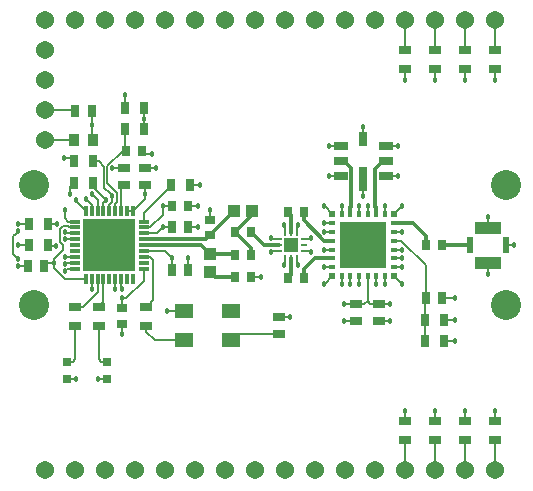
<source format=gtl>
G04 #@! TF.GenerationSoftware,KiCad,Pcbnew,5.1.5-52549c5~86~ubuntu18.04.1*
G04 #@! TF.CreationDate,2020-05-04T10:44:27-04:00*
G04 #@! TF.ProjectId,ta-comm,74612d63-6f6d-46d2-9e6b-696361645f70,rev?*
G04 #@! TF.SameCoordinates,Original*
G04 #@! TF.FileFunction,Copper,L1,Top*
G04 #@! TF.FilePolarity,Positive*
%FSLAX46Y46*%
G04 Gerber Fmt 4.6, Leading zero omitted, Abs format (unit mm)*
G04 Created by KiCad (PCBNEW 5.1.5-52549c5~86~ubuntu18.04.1) date 2020-05-04 10:44:27*
%MOMM*%
%LPD*%
G04 APERTURE LIST*
%ADD10R,0.940000X0.800000*%
%ADD11R,0.780000X0.990000*%
%ADD12R,0.800000X0.940000*%
%ADD13R,0.990000X0.780000*%
%ADD14R,0.850000X1.000000*%
%ADD15C,0.609600*%
%ADD16R,0.900000X0.300000*%
%ADD17R,0.300000X0.900000*%
%ADD18R,4.500000X4.500000*%
%ADD19R,0.600000X0.250000*%
%ADD20R,0.250000X0.600000*%
%ADD21R,1.150000X1.150000*%
%ADD22R,0.640000X2.080000*%
%ADD23R,0.640000X1.170000*%
%ADD24R,1.170000X0.640000*%
%ADD25R,0.550000X0.500000*%
%ADD26R,0.550000X0.400000*%
%ADD27R,0.400000X0.550000*%
%ADD28R,3.875000X3.875000*%
%ADD29C,1.540000*%
%ADD30R,0.600000X1.400000*%
%ADD31R,2.200000X1.050000*%
%ADD32C,2.540000*%
%ADD33R,1.000000X1.050000*%
%ADD34R,1.050000X1.000000*%
%ADD35R,0.800000X0.800000*%
%ADD36R,0.800000X1.000000*%
%ADD37R,1.000000X0.800000*%
%ADD38R,1.600000X1.300000*%
%ADD39C,0.457200*%
%ADD40C,0.203200*%
%ADD41C,0.127000*%
%ADD42C,0.304800*%
G04 APERTURE END LIST*
D10*
X149900000Y-107170000D03*
X149900000Y-105830000D03*
D11*
X135900000Y-109800000D03*
X134500000Y-109800000D03*
X139900000Y-96600000D03*
X138500000Y-96600000D03*
D12*
X142830000Y-100000000D03*
X144170000Y-100000000D03*
D13*
X142600000Y-102900000D03*
X142600000Y-101500000D03*
X144400000Y-102900000D03*
X144400000Y-101500000D03*
D10*
X142500000Y-113330000D03*
X142500000Y-114670000D03*
D12*
X146730000Y-104700000D03*
X148070000Y-104700000D03*
D11*
X146700000Y-106500000D03*
X148100000Y-106500000D03*
X146700000Y-110100000D03*
X148100000Y-110100000D03*
D12*
X152030000Y-108800000D03*
X153370000Y-108800000D03*
X152030000Y-106900000D03*
X153370000Y-106900000D03*
X152030000Y-110700000D03*
X153370000Y-110700000D03*
D13*
X155800000Y-115500000D03*
X155800000Y-114100000D03*
D12*
X156530000Y-105200000D03*
X157870000Y-105200000D03*
X156530000Y-110800000D03*
X157870000Y-110800000D03*
D13*
X162300000Y-113000000D03*
X162300000Y-114400000D03*
X164200000Y-113000000D03*
X164200000Y-114400000D03*
D12*
X168230000Y-108000000D03*
X169570000Y-108000000D03*
D11*
X168200000Y-112500000D03*
X169600000Y-112500000D03*
D14*
X138400000Y-99100000D03*
X140000000Y-99100000D03*
D15*
X142900000Y-109500000D03*
X141400000Y-109500000D03*
X139900000Y-109500000D03*
X142900000Y-108000000D03*
X141400000Y-108000000D03*
X139900000Y-108000000D03*
X142900000Y-106500000D03*
X141400000Y-106500000D03*
X139900000Y-106500000D03*
D16*
X138500000Y-106000000D03*
X138500000Y-106500000D03*
X138500000Y-107000000D03*
X138500000Y-107500000D03*
X138500000Y-108000000D03*
X138500000Y-108500000D03*
X138500000Y-109000000D03*
X138500000Y-109500000D03*
X138500000Y-110000000D03*
D17*
X139400000Y-110900000D03*
X139900000Y-110900000D03*
X140400000Y-110900000D03*
X140900000Y-110900000D03*
X141400000Y-110900000D03*
X141900000Y-110900000D03*
X142400000Y-110900000D03*
X142900000Y-110900000D03*
X143400000Y-110900000D03*
D16*
X144300000Y-110000000D03*
X144300000Y-109500000D03*
X144300000Y-109000000D03*
X144300000Y-108500000D03*
X144300000Y-108000000D03*
X144300000Y-107500000D03*
X144300000Y-107000000D03*
X144300000Y-106500000D03*
X144300000Y-106000000D03*
D17*
X143400000Y-105100000D03*
X142900000Y-105100000D03*
X142400000Y-105100000D03*
X141900000Y-105100000D03*
X141400000Y-105100000D03*
X140900000Y-105100000D03*
X140400000Y-105100000D03*
X139900000Y-105100000D03*
X139400000Y-105100000D03*
D18*
X141400000Y-108000000D03*
D15*
X156800000Y-108000000D03*
D19*
X155750000Y-107500000D03*
X155750000Y-108000000D03*
X155750000Y-108500000D03*
D20*
X156300000Y-109050000D03*
X156800000Y-109050000D03*
X157300000Y-109050000D03*
D19*
X157850000Y-108500000D03*
X157850000Y-108000000D03*
X157850000Y-107500000D03*
D20*
X157300000Y-106950000D03*
X156800000Y-106950000D03*
X156300000Y-106950000D03*
D21*
X156800000Y-108000000D03*
D22*
X162900000Y-102360000D03*
D23*
X162900000Y-98985000D03*
D24*
X160985000Y-102170000D03*
X160985000Y-100900000D03*
X160985000Y-99630000D03*
X164815000Y-99630000D03*
X164815000Y-100900000D03*
X164815000Y-102170000D03*
D15*
X161400000Y-106500000D03*
X162900000Y-106500000D03*
X164400000Y-106500000D03*
X161400000Y-108000000D03*
X162900000Y-108000000D03*
X164400000Y-108000000D03*
X161400000Y-109500000D03*
X162900000Y-109500000D03*
X164400000Y-109500000D03*
D25*
X165525000Y-110650000D03*
D26*
X165525000Y-109875000D03*
X165525000Y-109125000D03*
X165525000Y-108375000D03*
X165525000Y-107625000D03*
X165525000Y-106875000D03*
X165525000Y-106125000D03*
D25*
X165525000Y-105350000D03*
D27*
X164713000Y-105375000D03*
X163988000Y-105375000D03*
X163263000Y-105375000D03*
X162537000Y-105375000D03*
X161812000Y-105375000D03*
X161087000Y-105375000D03*
D25*
X160275000Y-105350000D03*
D26*
X160275000Y-106125000D03*
X160275000Y-106875000D03*
X160275000Y-107625000D03*
X160275000Y-108375000D03*
X160275000Y-109125000D03*
X160275000Y-109875000D03*
D25*
X160275000Y-110650000D03*
D27*
X161087000Y-110625000D03*
X161812000Y-110625000D03*
X162537000Y-110625000D03*
X163263000Y-110625000D03*
X163988000Y-110625000D03*
X164713000Y-110625000D03*
D28*
X162900000Y-108000000D03*
D29*
X174050000Y-88950000D03*
X171510000Y-88950000D03*
X168970000Y-88950000D03*
X166430000Y-88950000D03*
X163890000Y-88950000D03*
X161350000Y-88950000D03*
X158810000Y-88950000D03*
X156270000Y-88950000D03*
X153730000Y-88950000D03*
X151190000Y-88950000D03*
X148650000Y-88950000D03*
X146110000Y-88950000D03*
X143570000Y-88950000D03*
X141030000Y-88950000D03*
X138490000Y-88950000D03*
X135950000Y-88950000D03*
X174050000Y-127050000D03*
X171510000Y-127050000D03*
X168970000Y-127050000D03*
X166430000Y-127050000D03*
X163890000Y-127050000D03*
X161350000Y-127050000D03*
X158810000Y-127050000D03*
X156270000Y-127050000D03*
X153730000Y-127050000D03*
X151190000Y-127050000D03*
X148650000Y-127050000D03*
X146110000Y-127050000D03*
X143570000Y-127050000D03*
X141030000Y-127050000D03*
X138490000Y-127050000D03*
X135950000Y-127050000D03*
X135950000Y-91490000D03*
X135950000Y-94030000D03*
X135950000Y-96570000D03*
X135950000Y-99110000D03*
D30*
X171975000Y-108000000D03*
D31*
X173500000Y-109475000D03*
D30*
X175025000Y-108000000D03*
D31*
X173500000Y-106525000D03*
D32*
X174960000Y-113080000D03*
X135040000Y-113080000D03*
X174960000Y-102920000D03*
X135040000Y-102920000D03*
D33*
X149900000Y-108750000D03*
X149900000Y-110250000D03*
D34*
X151950000Y-105100000D03*
X153450000Y-105100000D03*
D35*
X137800000Y-119350000D03*
X137800000Y-117850000D03*
X141200000Y-119350000D03*
X141200000Y-117850000D03*
D36*
X136200000Y-106200000D03*
X134600000Y-106200000D03*
X136200000Y-108000000D03*
X134600000Y-108000000D03*
X140000000Y-100900000D03*
X138400000Y-100900000D03*
X140000000Y-102700000D03*
X138400000Y-102700000D03*
D37*
X138500000Y-113200000D03*
X138500000Y-114800000D03*
X140500000Y-113200000D03*
X140500000Y-114800000D03*
D36*
X142700000Y-96400000D03*
X144300000Y-96400000D03*
X144300000Y-98200000D03*
X142700000Y-98200000D03*
D37*
X144500000Y-113200000D03*
X144500000Y-114800000D03*
D36*
X146600000Y-102900000D03*
X148200000Y-102900000D03*
X168100000Y-114300000D03*
X169700000Y-114300000D03*
X169700000Y-116100000D03*
X168100000Y-116100000D03*
D37*
X166430000Y-93100000D03*
X166430000Y-91500000D03*
X168970000Y-93100000D03*
X168970000Y-91500000D03*
X171510000Y-93100000D03*
X171510000Y-91500000D03*
X174050000Y-93100000D03*
X174050000Y-91500000D03*
X166430000Y-122900000D03*
X166430000Y-124500000D03*
X168970000Y-122900000D03*
X168970000Y-124500000D03*
X171510000Y-122900000D03*
X171510000Y-124500000D03*
X174050000Y-122900000D03*
X174050000Y-124500000D03*
D38*
X151700000Y-113550000D03*
X147700000Y-113550000D03*
X147700000Y-116050000D03*
X151700000Y-116050000D03*
D39*
X133700000Y-106200000D03*
X133700000Y-109800000D03*
X137600000Y-100600000D03*
X138100000Y-103700000D03*
X145000000Y-100300000D03*
X141650000Y-101500000D03*
X145350000Y-101500000D03*
X142500000Y-115500000D03*
X138600000Y-119350000D03*
X140400000Y-119350000D03*
X146300000Y-113550000D03*
X148100000Y-109100000D03*
X148900000Y-104700000D03*
X148900000Y-106500000D03*
X149900000Y-105000000D03*
X149100000Y-102900000D03*
X154200000Y-110700000D03*
X155100000Y-107400000D03*
X155100000Y-108600000D03*
X156200000Y-109700000D03*
X157400000Y-109700000D03*
X157400000Y-106300000D03*
X156200000Y-106300000D03*
X156700000Y-114100000D03*
X161300000Y-114400000D03*
X165200000Y-114400000D03*
X159600000Y-111300000D03*
X161087000Y-111300000D03*
X161812000Y-111300000D03*
X162537000Y-111300000D03*
X163988000Y-111300000D03*
X164713000Y-111300000D03*
X166200000Y-111300000D03*
X166200000Y-106875000D03*
X166200000Y-104700000D03*
X164713000Y-104700000D03*
X163263000Y-104700000D03*
X162537000Y-104700000D03*
X161087000Y-104700000D03*
X159600000Y-104700000D03*
X159600000Y-106125000D03*
X159600000Y-108375000D03*
X159600000Y-109875000D03*
X162900000Y-98000000D03*
X160000000Y-99630000D03*
X160000000Y-102170000D03*
X162900000Y-103800000D03*
X165800000Y-102170000D03*
X165800000Y-99630000D03*
X175700000Y-108000000D03*
X173500000Y-110400000D03*
X173500000Y-105600000D03*
X170700000Y-112500000D03*
X170700000Y-114300000D03*
X136700000Y-109500000D03*
X139950000Y-97850000D03*
X142700000Y-95300000D03*
X144400000Y-103700000D03*
X142500000Y-112500000D03*
X146700000Y-109100000D03*
X145900000Y-106500000D03*
X145900000Y-104700000D03*
X158500000Y-107400000D03*
X161300000Y-113000000D03*
X165200000Y-113000000D03*
X159600000Y-106875000D03*
X170700000Y-116100000D03*
X136900000Y-108100000D03*
X138550000Y-104200000D03*
X166430000Y-94000000D03*
X139400000Y-104100000D03*
X171510000Y-94000000D03*
X139900000Y-103700000D03*
X174050000Y-94000000D03*
X141150000Y-104200000D03*
X166200000Y-109875000D03*
X141650000Y-103800000D03*
X158500000Y-108600000D03*
X142450000Y-111700000D03*
X141850000Y-111700000D03*
X139900000Y-111700000D03*
X171510000Y-122000000D03*
X137650000Y-110200000D03*
X174050000Y-122000000D03*
X137650000Y-109600000D03*
X166430000Y-122000000D03*
X137650000Y-109000000D03*
X168970000Y-122000000D03*
X133700000Y-108000000D03*
X137650000Y-107450000D03*
X166200000Y-109125000D03*
X137000000Y-106200000D03*
X137650000Y-106850000D03*
X166200000Y-108375000D03*
X137650000Y-105000000D03*
X168970000Y-94000000D03*
X133700000Y-106800000D03*
X133700000Y-109200000D03*
X144300000Y-97300000D03*
D40*
X134600000Y-106200000D02*
X133700000Y-106200000D01*
X137800000Y-119350000D02*
X138600000Y-119350000D01*
X141200000Y-119350000D02*
X140400000Y-119350000D01*
X142500000Y-114670000D02*
X142500000Y-115500000D01*
X148100000Y-109100000D02*
X148100000Y-110100000D01*
X147700000Y-113550000D02*
X146300000Y-113550000D01*
X148900000Y-106500000D02*
X148100000Y-106500000D01*
X148900000Y-104700000D02*
X148070000Y-104700000D01*
X149100000Y-102900000D02*
X148200000Y-102900000D01*
X145350000Y-101500000D02*
X144400000Y-101500000D01*
X141650000Y-101500000D02*
X142600000Y-101500000D01*
X138470000Y-96570000D02*
X138500000Y-96600000D01*
X135950000Y-96570000D02*
X138470000Y-96570000D01*
X149900000Y-105000000D02*
X149900000Y-105830000D01*
X153376800Y-110693200D02*
X153370000Y-110700000D01*
X155200000Y-107500000D02*
X155100000Y-107400000D01*
X155750000Y-107500000D02*
X155200000Y-107500000D01*
X155200000Y-108500000D02*
X155100000Y-108600000D01*
X155750000Y-108500000D02*
X155200000Y-108500000D01*
X156300000Y-106400000D02*
X156200000Y-106300000D01*
X156300000Y-106950000D02*
X156300000Y-106400000D01*
X157300000Y-106400000D02*
X157400000Y-106300000D01*
X157300000Y-106950000D02*
X157300000Y-106400000D01*
X156300000Y-109600000D02*
X156200000Y-109700000D01*
X156300000Y-109050000D02*
X156300000Y-109600000D01*
X157300000Y-109600000D02*
X157400000Y-109700000D01*
X157300000Y-109050000D02*
X157300000Y-109600000D01*
X156700000Y-114100000D02*
X155800000Y-114100000D01*
X161300000Y-114400000D02*
X162300000Y-114400000D01*
X165200000Y-114400000D02*
X164200000Y-114400000D01*
X159600000Y-106125000D02*
X160275000Y-106125000D01*
X159600000Y-108375000D02*
X160275000Y-108375000D01*
X159600000Y-109875000D02*
X160275000Y-109875000D01*
X159625000Y-104700000D02*
X160275000Y-105350000D01*
X159600000Y-104700000D02*
X159625000Y-104700000D01*
X159625000Y-111300000D02*
X160275000Y-110650000D01*
X159600000Y-111300000D02*
X159625000Y-111300000D01*
X161087000Y-104700000D02*
X161087000Y-105375000D01*
X162537000Y-104700000D02*
X162537000Y-105375000D01*
X163263000Y-104700000D02*
X163263000Y-105375000D01*
X164713000Y-104700000D02*
X164713000Y-105375000D01*
X166175000Y-104700000D02*
X165525000Y-105350000D01*
X166200000Y-104700000D02*
X166175000Y-104700000D01*
X166175000Y-111300000D02*
X165525000Y-110650000D01*
X166200000Y-111300000D02*
X166175000Y-111300000D01*
X166200000Y-106875000D02*
X165525000Y-106875000D01*
X164713000Y-111300000D02*
X164713000Y-110625000D01*
X163988000Y-111300000D02*
X163988000Y-110625000D01*
X162537000Y-111300000D02*
X162537000Y-110625000D01*
X161812000Y-111300000D02*
X161812000Y-110625000D01*
X161087000Y-111300000D02*
X161087000Y-110625000D01*
X162900000Y-103800000D02*
X162900000Y-102360000D01*
X160000000Y-102170000D02*
X160985000Y-102170000D01*
X160000000Y-99630000D02*
X160985000Y-99630000D01*
X162900000Y-98000000D02*
X162900000Y-98985000D01*
X165800000Y-99630000D02*
X164815000Y-99630000D01*
X165800000Y-102170000D02*
X164815000Y-102170000D01*
X170700000Y-112500000D02*
X169600000Y-112500000D01*
X170700000Y-114300000D02*
X169700000Y-114300000D01*
X173500000Y-110400000D02*
X173500000Y-109475000D01*
X175700000Y-108000000D02*
X175025000Y-108000000D01*
X173500000Y-105600000D02*
X173500000Y-106525000D01*
X138100000Y-103000000D02*
X138400000Y-102700000D01*
X138100000Y-103700000D02*
X138100000Y-103000000D01*
X144470000Y-100300000D02*
X144170000Y-100000000D01*
X145000000Y-100300000D02*
X144470000Y-100300000D01*
X133700000Y-109800000D02*
X134500000Y-109800000D01*
X138100000Y-100600000D02*
X138400000Y-100900000D01*
X137600000Y-100600000D02*
X138100000Y-100600000D01*
X154200000Y-110700000D02*
X153370000Y-110700000D01*
X142500000Y-113330000D02*
X142500000Y-112500000D01*
X142823289Y-112500000D02*
X142500000Y-112500000D01*
X144300000Y-111023289D02*
X142823289Y-112500000D01*
X144300000Y-110000000D02*
X144300000Y-111023289D01*
X146700000Y-109100000D02*
X146700000Y-110100000D01*
X146100000Y-108500000D02*
X146700000Y-109100000D01*
X144300000Y-108500000D02*
X146100000Y-108500000D01*
X145900000Y-106500000D02*
X146700000Y-106500000D01*
X145400000Y-107000000D02*
X145900000Y-106500000D01*
X144300000Y-107000000D02*
X145400000Y-107000000D01*
X145900000Y-105411482D02*
X145900000Y-105023289D01*
X144811482Y-106500000D02*
X145900000Y-105411482D01*
X145900000Y-105023289D02*
X145900000Y-104700000D01*
X144300000Y-106500000D02*
X144811482Y-106500000D01*
X146730000Y-104700000D02*
X145900000Y-104700000D01*
X142900000Y-105100000D02*
X143400000Y-105100000D01*
X144400000Y-104100000D02*
X143400000Y-105100000D01*
X144400000Y-103700000D02*
X144400000Y-104100000D01*
X144400000Y-102900000D02*
X144400000Y-103700000D01*
X142700000Y-95300000D02*
X142700000Y-96400000D01*
X139950000Y-99050000D02*
X140000000Y-99100000D01*
X139950000Y-97850000D02*
X139950000Y-99050000D01*
X139950000Y-96650000D02*
X139900000Y-96600000D01*
X139950000Y-97850000D02*
X139950000Y-96650000D01*
X158400000Y-107500000D02*
X158500000Y-107400000D01*
X157850000Y-107500000D02*
X158400000Y-107500000D01*
X161300000Y-113000000D02*
X162300000Y-113000000D01*
X165200000Y-113000000D02*
X164200000Y-113000000D01*
X162998200Y-113000000D02*
X162300000Y-113000000D01*
X163263000Y-112735200D02*
X162998200Y-113000000D01*
X163263000Y-110625000D02*
X163263000Y-112735200D01*
X163501800Y-113000000D02*
X164200000Y-113000000D01*
X163263000Y-112761200D02*
X163501800Y-113000000D01*
X163263000Y-110625000D02*
X163263000Y-112761200D01*
X159600000Y-106875000D02*
X160275000Y-106875000D01*
X170700000Y-116100000D02*
X169700000Y-116100000D01*
X136200000Y-109500000D02*
X135900000Y-109800000D01*
X136700000Y-109500000D02*
X136200000Y-109500000D01*
X136700000Y-109823289D02*
X136700000Y-109500000D01*
X136700000Y-109176711D02*
X136700000Y-109500000D01*
X138500000Y-106500000D02*
X137976658Y-106500000D01*
X137457201Y-106392799D02*
X137192799Y-106657201D01*
X137976658Y-106500000D02*
X137869457Y-106392799D01*
X137869457Y-106392799D02*
X137457201Y-106392799D01*
X137457201Y-108419510D02*
X136700000Y-109176711D01*
X137457201Y-107980543D02*
X137457201Y-108419510D01*
X137192799Y-107716141D02*
X137457201Y-107980543D01*
X137192799Y-106657201D02*
X137192799Y-107716141D01*
X136300000Y-108100000D02*
X136200000Y-108000000D01*
X136900000Y-108100000D02*
X136300000Y-108100000D01*
X136700000Y-109926658D02*
X136700000Y-109823289D01*
X137673342Y-110900000D02*
X136700000Y-109926658D01*
X139400000Y-110900000D02*
X137673342Y-110900000D01*
D41*
X142700000Y-99870000D02*
X142830000Y-100000000D01*
X142700000Y-98200000D02*
X142700000Y-99870000D01*
X142069101Y-104353899D02*
X141900000Y-104523000D01*
X142069101Y-103598831D02*
X142069101Y-104353899D01*
X141230899Y-102760629D02*
X142069101Y-103598831D01*
X141230899Y-101298831D02*
X141230899Y-102760629D01*
X141900000Y-104523000D02*
X141900000Y-105100000D01*
X142529730Y-100000000D02*
X141230899Y-101298831D01*
X142830000Y-100000000D02*
X142529730Y-100000000D01*
D40*
X142400000Y-103100000D02*
X142600000Y-102900000D01*
X142400000Y-105100000D02*
X142400000Y-103100000D01*
D42*
X149570000Y-107500000D02*
X149900000Y-107170000D01*
X144300000Y-107500000D02*
X149570000Y-107500000D01*
X151950000Y-105120000D02*
X149900000Y-107170000D01*
X151950000Y-105100000D02*
X151950000Y-105120000D01*
X149150000Y-108000000D02*
X149900000Y-108750000D01*
X144300000Y-108000000D02*
X149150000Y-108000000D01*
X151980000Y-108750000D02*
X152030000Y-108800000D01*
X149900000Y-108750000D02*
X151980000Y-108750000D01*
X153450000Y-105480000D02*
X152030000Y-106900000D01*
X153450000Y-105100000D02*
X153450000Y-105480000D01*
X153370000Y-108240000D02*
X152030000Y-106900000D01*
X153370000Y-108800000D02*
X153370000Y-108240000D01*
X154470000Y-108000000D02*
X155750000Y-108000000D01*
X153370000Y-106900000D02*
X154470000Y-108000000D01*
X150350000Y-110700000D02*
X149900000Y-110250000D01*
X152030000Y-110700000D02*
X150350000Y-110700000D01*
D41*
X152250000Y-115500000D02*
X151700000Y-116050000D01*
X155800000Y-115500000D02*
X152250000Y-115500000D01*
D42*
X156800000Y-105470000D02*
X156530000Y-105200000D01*
X156800000Y-106950000D02*
X156800000Y-105470000D01*
X159695200Y-107625000D02*
X160275000Y-107625000D01*
X159598158Y-107625000D02*
X159695200Y-107625000D01*
X157870000Y-105896842D02*
X159598158Y-107625000D01*
X157870000Y-105200000D02*
X157870000Y-105896842D01*
X156800000Y-110530000D02*
X156530000Y-110800000D01*
X156800000Y-109050000D02*
X156800000Y-110530000D01*
X157870000Y-110025200D02*
X157870000Y-110800000D01*
X158770200Y-109125000D02*
X157870000Y-110025200D01*
X160275000Y-109125000D02*
X158770200Y-109125000D01*
X169570000Y-108000000D02*
X171975000Y-108000000D01*
X168230000Y-107225200D02*
X168230000Y-108000000D01*
X167129800Y-106125000D02*
X168230000Y-107225200D01*
X165525000Y-106125000D02*
X167129800Y-106125000D01*
D40*
X168100000Y-116100000D02*
X168100000Y-114300000D01*
X168100000Y-112600000D02*
X168200000Y-112500000D01*
X168100000Y-114300000D02*
X168100000Y-112600000D01*
X168200000Y-111801800D02*
X168200000Y-112500000D01*
X168200000Y-109698342D02*
X168200000Y-111801800D01*
X166126658Y-107625000D02*
X168200000Y-109698342D01*
X165525000Y-107625000D02*
X166126658Y-107625000D01*
X138390000Y-99110000D02*
X138400000Y-99100000D01*
X135950000Y-99110000D02*
X138390000Y-99110000D01*
D41*
X166430000Y-94000000D02*
X166430000Y-93100000D01*
X138550000Y-104250000D02*
X139400000Y-105100000D01*
X138550000Y-104200000D02*
X138550000Y-104250000D01*
X171510000Y-94000000D02*
X171510000Y-93100000D01*
X139900000Y-104600000D02*
X139900000Y-105100000D01*
X139400000Y-104100000D02*
X139900000Y-104600000D01*
X174050000Y-94000000D02*
X174050000Y-93100000D01*
X140400000Y-104200000D02*
X140400000Y-105100000D01*
X139900000Y-103700000D02*
X140400000Y-104200000D01*
X140900000Y-104450000D02*
X141150000Y-104200000D01*
X140900000Y-105100000D02*
X140900000Y-104450000D01*
X140000000Y-103050000D02*
X140000000Y-102700000D01*
X141150000Y-104200000D02*
X140000000Y-103050000D01*
X166200000Y-109875000D02*
X165525000Y-109875000D01*
X141650000Y-104123289D02*
X141650000Y-103800000D01*
X141650000Y-104320270D02*
X141650000Y-104123289D01*
X141400000Y-104570270D02*
X141650000Y-104320270D01*
X141400000Y-105100000D02*
X141400000Y-104570270D01*
X140976889Y-103126889D02*
X141421401Y-103571401D01*
X140976889Y-101349889D02*
X140976889Y-103126889D01*
X141421401Y-103571401D02*
X141650000Y-103800000D01*
X140527000Y-100900000D02*
X140976889Y-101349889D01*
X140000000Y-100900000D02*
X140527000Y-100900000D01*
X158400000Y-108500000D02*
X158500000Y-108600000D01*
X157850000Y-108500000D02*
X158400000Y-108500000D01*
D40*
X144300000Y-105300000D02*
X144300000Y-105646800D01*
X144300000Y-105646800D02*
X144300000Y-106000000D01*
X146600000Y-103000000D02*
X144300000Y-105300000D01*
X146600000Y-102900000D02*
X146600000Y-103000000D01*
D41*
X144600000Y-113200000D02*
X144500000Y-113200000D01*
X145127000Y-112673000D02*
X144600000Y-113200000D01*
X145127000Y-109250000D02*
X145127000Y-112673000D01*
X144877000Y-109000000D02*
X145127000Y-109250000D01*
X144300000Y-109000000D02*
X144877000Y-109000000D01*
X142400000Y-111650000D02*
X142450000Y-111700000D01*
X142400000Y-110900000D02*
X142400000Y-111650000D01*
X141900000Y-111650000D02*
X141850000Y-111700000D01*
X141900000Y-110900000D02*
X141900000Y-111650000D01*
X140900000Y-112800000D02*
X140500000Y-113200000D01*
X140900000Y-110900000D02*
X140900000Y-112800000D01*
X139127000Y-113200000D02*
X138500000Y-113200000D01*
X140400000Y-111927000D02*
X139127000Y-113200000D01*
X140400000Y-110900000D02*
X140400000Y-111927000D01*
X139900000Y-110900000D02*
X139900000Y-111700000D01*
X171510000Y-122000000D02*
X171510000Y-122900000D01*
X174050000Y-122000000D02*
X174050000Y-122900000D01*
X137850000Y-110000000D02*
X137650000Y-110200000D01*
X138500000Y-110000000D02*
X137850000Y-110000000D01*
X166430000Y-122000000D02*
X166430000Y-122900000D01*
X137750000Y-109500000D02*
X137650000Y-109600000D01*
X138500000Y-109500000D02*
X137750000Y-109500000D01*
X138500000Y-109000000D02*
X137650000Y-109000000D01*
X168970000Y-122000000D02*
X168970000Y-122900000D01*
X133700000Y-108000000D02*
X134600000Y-108000000D01*
X166200000Y-109125000D02*
X165525000Y-109125000D01*
X137700000Y-107500000D02*
X137650000Y-107450000D01*
X138500000Y-107500000D02*
X137700000Y-107500000D01*
X137000000Y-106200000D02*
X136200000Y-106200000D01*
X166200000Y-108375000D02*
X165525000Y-108375000D01*
X137800000Y-107000000D02*
X137650000Y-106850000D01*
X138500000Y-107000000D02*
X137800000Y-107000000D01*
X168970000Y-94000000D02*
X168970000Y-93100000D01*
X138550000Y-105950000D02*
X138500000Y-106000000D01*
X137650000Y-105323289D02*
X137650000Y-105000000D01*
X137650000Y-105727000D02*
X137650000Y-105323289D01*
X137923000Y-106000000D02*
X137650000Y-105727000D01*
X138500000Y-106000000D02*
X137923000Y-106000000D01*
D42*
X163925200Y-104732400D02*
X163988000Y-104795200D01*
X163988000Y-104795200D02*
X163988000Y-105375000D01*
X163925200Y-101524800D02*
X163925200Y-104732400D01*
X164550000Y-100900000D02*
X163925200Y-101524800D01*
X164815000Y-100900000D02*
X164550000Y-100900000D01*
X161812000Y-104795200D02*
X161812000Y-105375000D01*
X161849401Y-101499401D02*
X161849401Y-104757799D01*
X161849401Y-104757799D02*
X161812000Y-104795200D01*
X161250000Y-100900000D02*
X161849401Y-101499401D01*
X160985000Y-100900000D02*
X161250000Y-100900000D01*
D41*
X166430000Y-91500000D02*
X166430000Y-88950000D01*
X168970000Y-91500000D02*
X168970000Y-88950000D01*
X171510000Y-91500000D02*
X171510000Y-88950000D01*
X174050000Y-91500000D02*
X174050000Y-88950000D01*
X174050000Y-124500000D02*
X174050000Y-127050000D01*
X171510000Y-125027000D02*
X171510000Y-127050000D01*
X171510000Y-124500000D02*
X171510000Y-125027000D01*
X168970000Y-125027000D02*
X168970000Y-127050000D01*
X168970000Y-124500000D02*
X168970000Y-125027000D01*
X166430000Y-124500000D02*
X166430000Y-127050000D01*
X133471401Y-107028599D02*
X133700000Y-106800000D01*
X133280899Y-107219101D02*
X133471401Y-107028599D01*
X133280899Y-108780899D02*
X133280899Y-107219101D01*
X133700000Y-109200000D02*
X133280899Y-108780899D01*
X144300000Y-97300000D02*
X144300000Y-96400000D01*
X144300000Y-97300000D02*
X144300000Y-98200000D01*
X138327000Y-117850000D02*
X137800000Y-117850000D01*
X138500000Y-117677000D02*
X138327000Y-117850000D01*
X138500000Y-114800000D02*
X138500000Y-117677000D01*
X140673000Y-117850000D02*
X141200000Y-117850000D01*
X140500000Y-117677000D02*
X140673000Y-117850000D01*
X140500000Y-114800000D02*
X140500000Y-117677000D01*
X146773000Y-116050000D02*
X147700000Y-116050000D01*
X145223000Y-116050000D02*
X146773000Y-116050000D01*
X144500000Y-115327000D02*
X145223000Y-116050000D01*
X144500000Y-114800000D02*
X144500000Y-115327000D01*
M02*

</source>
